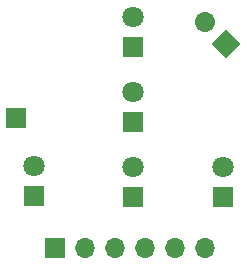
<source format=gbr>
G04 #@! TF.GenerationSoftware,KiCad,Pcbnew,5.0.1*
G04 #@! TF.CreationDate,2019-01-23T10:45:12+05:30*
G04 #@! TF.ProjectId,traffic,747261666669632E6B696361645F7063,rev?*
G04 #@! TF.SameCoordinates,Original*
G04 #@! TF.FileFunction,Copper,L1,Top,Signal*
G04 #@! TF.FilePolarity,Positive*
%FSLAX46Y46*%
G04 Gerber Fmt 4.6, Leading zero omitted, Abs format (unit mm)*
G04 Created by KiCad (PCBNEW 5.0.1) date Wed 23 Jan 2019 10:45:12 AM IST*
%MOMM*%
%LPD*%
G01*
G04 APERTURE LIST*
G04 #@! TA.AperFunction,ComponentPad*
%ADD10R,1.700000X1.700000*%
G04 #@! TD*
G04 #@! TA.AperFunction,ComponentPad*
%ADD11C,1.700000*%
G04 #@! TD*
G04 #@! TA.AperFunction,Conductor*
%ADD12C,1.700000*%
G04 #@! TD*
G04 #@! TA.AperFunction,Conductor*
%ADD13C,0.100000*%
G04 #@! TD*
G04 #@! TA.AperFunction,ComponentPad*
%ADD14C,1.800000*%
G04 #@! TD*
G04 #@! TA.AperFunction,ComponentPad*
%ADD15R,1.800000X1.800000*%
G04 #@! TD*
G04 #@! TA.AperFunction,ComponentPad*
%ADD16O,1.700000X1.700000*%
G04 #@! TD*
G04 APERTURE END LIST*
D10*
G04 #@! TO.P,J3,1*
G04 #@! TO.N,+5C*
X137400000Y-94700000D03*
G04 #@! TD*
D11*
G04 #@! TO.P,J2,2*
G04 #@! TO.N,Net-(J2-Pad2)*
X153397949Y-86595949D03*
D12*
G04 #@! TD*
G04 #@! TO.N,Net-(J2-Pad2)*
G04 #@! TO.C,J2*
X153397949Y-86595949D02*
X153397949Y-86595949D01*
D11*
G04 #@! TO.P,J2,1*
G04 #@! TO.N,Net-(D5-Pad1)*
X155194000Y-88392000D03*
D13*
G04 #@! TD*
G04 #@! TO.N,Net-(D5-Pad1)*
G04 #@! TO.C,J2*
G36*
X155194000Y-87189918D02*
X156396082Y-88392000D01*
X155194000Y-89594082D01*
X153991918Y-88392000D01*
X155194000Y-87189918D01*
X155194000Y-87189918D01*
G37*
D14*
G04 #@! TO.P,D5,2*
G04 #@! TO.N,Net-(D1-Pad2)*
X147320000Y-86106000D03*
D15*
G04 #@! TO.P,D5,1*
G04 #@! TO.N,Net-(D5-Pad1)*
X147320000Y-88646000D03*
G04 #@! TD*
G04 #@! TO.P,D4,1*
G04 #@! TO.N,Net-(D4-Pad1)*
X147320000Y-94996000D03*
D14*
G04 #@! TO.P,D4,2*
G04 #@! TO.N,Net-(D1-Pad2)*
X147320000Y-92456000D03*
G04 #@! TD*
G04 #@! TO.P,D3,2*
G04 #@! TO.N,Net-(D1-Pad2)*
X154900000Y-98860000D03*
D15*
G04 #@! TO.P,D3,1*
G04 #@! TO.N,Net-(D3-Pad1)*
X154900000Y-101400000D03*
G04 #@! TD*
G04 #@! TO.P,D2,1*
G04 #@! TO.N,Net-(D2-Pad1)*
X147320000Y-101346000D03*
D14*
G04 #@! TO.P,D2,2*
G04 #@! TO.N,Net-(D1-Pad2)*
X147320000Y-98806000D03*
G04 #@! TD*
G04 #@! TO.P,D1,2*
G04 #@! TO.N,Net-(D1-Pad2)*
X138900000Y-98760000D03*
D15*
G04 #@! TO.P,D1,1*
G04 #@! TO.N,Net-(D1-Pad1)*
X138900000Y-101300000D03*
G04 #@! TD*
D16*
G04 #@! TO.P,J1,6*
G04 #@! TO.N,Net-(D3-Pad1)*
X153416000Y-105664000D03*
G04 #@! TO.P,J1,5*
G04 #@! TO.N,Net-(D5-Pad1)*
X150876000Y-105664000D03*
G04 #@! TO.P,J1,4*
G04 #@! TO.N,Net-(D4-Pad1)*
X148336000Y-105664000D03*
G04 #@! TO.P,J1,3*
G04 #@! TO.N,Net-(D2-Pad1)*
X145796000Y-105664000D03*
G04 #@! TO.P,J1,2*
G04 #@! TO.N,Net-(D1-Pad1)*
X143256000Y-105664000D03*
D10*
G04 #@! TO.P,J1,1*
G04 #@! TO.N,Net-(J1-Pad1)*
X140716000Y-105664000D03*
G04 #@! TD*
M02*

</source>
